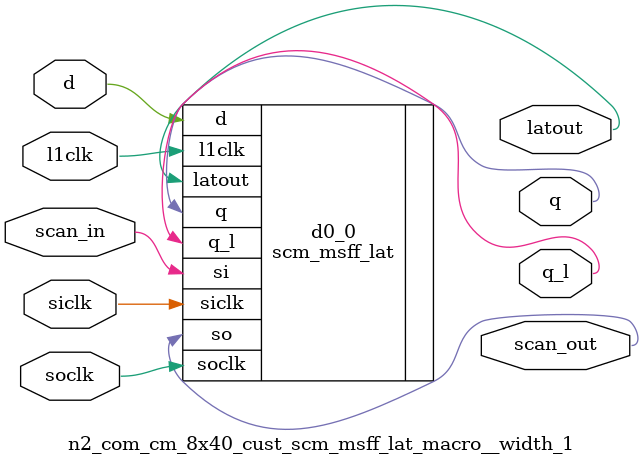
<source format=v>
module n2_com_cm_8x40_cust (
  adr_w, 
  din, 
  write_en, 
  tcu_array_wr_inhibit, 
  adr_r, 
  read_en, 
  lookup_en, 
  key, 
  l2clk, 
  tcu_se_scancollar_in, 
  tcu_se_scancollar_out, 
  scan_in, 
  tcu_pce_ov, 
  pce, 
  tcu_aclk, 
  tcu_bclk, 
  tcu_scan_en, 
  tcu_clk_stop, 
  tcu_array_bypass, 
  dout, 
  match, 
  match_idx, 
  scan_out);
wire siclk;
wire soclk;
wire se;
wire stop;
wire pce_ov;
wire l1clk_mat;
wire [73:0] xx0_unused;
wire [73:0] xx_unused;
wire [39:0] din_d1;
wire mb_ren_d1;
wire mb_wen_d1;
wire [7:0] adr_r_d1;
wire [7:0] adr_w_d1;
 

input   [7:0]  adr_w ; // set up to +ve edge
input   [39:0] din;    // set up to +ve edge
input          write_en;       // +ve edge clk; write enable
input	       tcu_array_wr_inhibit;
input   [7:0]  adr_r;  // set up to +ve edge
input          read_en;
input          lookup_en;      // set up to -ve edge
input   [39:7] key;    // set up to -ve edge
input          l2clk;
input          tcu_se_scancollar_in;
input          tcu_se_scancollar_out;
input          scan_in;
input          tcu_pce_ov;
input          pce;
input          tcu_aclk;
input          tcu_bclk;
input	       tcu_scan_en;
input	       tcu_clk_stop;
input          tcu_array_bypass; // array bypass for DFT


output  [39:0] dout;
output  [7:0]  match;
output  [7:0]  match_idx;
output         scan_out ;

wire    [7:0]  match_p_array;
wire    [7:0]  match_idx_p_array;
wire    [39:0] dout_array;

// scan chain connections ////
assign siclk = tcu_aclk;
assign soclk = tcu_bclk;
assign se = tcu_scan_en;
assign stop = tcu_clk_stop;
assign pce_ov = tcu_pce_ov;

//0in kndr -var adr_w[7:0] -active write_en
//0in kndr -var adr_r[7:0] -active read_en
//0in one_hot -var adr_r[7:0] -active (|adr_r & read_en) -group mbist_mode
//0in one_hot -var adr_w[7:0] -active (|adr_w & write_en) -group mbist_mode

//// Input Flops /////
//
//
//inv_macro tcu_array_bypass_inv (width = 1) 
//	(
//        .dout(tcu_array_bypass_n),
//        .din(tcu_array_bypass)
//        );
//
//
////msff_ctl_macro ff_tcu_array_wr_inhibit (width = 1) 
//	( // not a real flop. ONly used as a trigger
//        .scan_in(ff_tcu_array_wr_inhibit_scanin),
//        .scan_out(ff_tcu_array_wr_inhibit_scanout),
//        .l1clk(l1clk),
//        .din(tcu_array_wr_inhibit),
//        .dout(tcu_array_wr_inhibit_d1)
//        );

wire l1clk_in;
wire l1clk_out;
wire l1clk_en;
wire [73:0] so;

n2_com_cm_8x40_cust_l1clkhdr_ctl_macro      collar_in
         (
         .l2clk  (l2clk  ),
         .l1en   (pce   ),
         .pce_ov (pce_ov ),
         .stop   (stop   ),
         .se     (tcu_se_scancollar_in),
         .l1clk  (l1clk_in  )
         );
n2_com_cm_8x40_cust_l1clkhdr_ctl_macro      collar_out
         (
         .l2clk  (l2clk  ),
         .l1en   (pce   ),
         .pce_ov (pce_ov ),
         .stop   (stop   ),
         .se     (tcu_se_scancollar_out),
         .l1clk  (l1clk_out  )
         );
n2_com_cm_8x40_cust_l1clkhdr_ctl_macro      scan_en
         (
         .l2clk  (l2clk  ),
         .l1en   (pce   ),
         .pce_ov (pce_ov ),
         .stop   (stop   ),
         .se     (se),
         .l1clk  (l1clk_en  )
         );
n2_com_cm_8x40_cust_l1clkhdr_ctl_macro      mat
         (
         .l2clk  (l2clk  ),
         .l1en   (pce   ),
         .pce_ov (pce_ov ),
         .stop   (stop   ),
         .se     (1'b0),
         .l1clk  (l1clk_mat  )
         );

n2_com_cm_8x40_cust_scm_msff_lat_macro__width_1 xx0  (.scan_in(scan_in), .scan_out(so[0]),  .l1clk(l1clk_in), .d(din[0]),  .latout(xx0_unused[0]), .q_l(xx_unused[0]), .q(din_d1[0]),
  .siclk(siclk),
  .soclk(soclk));
n2_com_cm_8x40_cust_scm_msff_lat_macro__width_1 xx1  (.scan_in(so[0]),   .scan_out(so[1]),  .l1clk(l1clk_in), .d(din[1]),  .latout(xx0_unused[1]), .q_l(xx_unused[1]), .q(din_d1[1]),
  .siclk(siclk),
  .soclk(soclk));
n2_com_cm_8x40_cust_scm_msff_lat_macro__width_1 xx2  (.scan_in(so[1]),   .scan_out(so[2]),  .l1clk(l1clk_in), .d(din[2]),  .latout(xx0_unused[2]), .q_l(xx_unused[2]), .q(din_d1[2]),
  .siclk(siclk),
  .soclk(soclk));
n2_com_cm_8x40_cust_scm_msff_lat_macro__width_1 xx3  (.scan_in(so[2]),   .scan_out(so[3]),  .l1clk(l1clk_in), .d(din[3]),  .latout(xx0_unused[3]), .q_l(xx_unused[3]), .q(din_d1[3]),
  .siclk(siclk),
  .soclk(soclk));
n2_com_cm_8x40_cust_scm_msff_lat_macro__width_1 xx4  (.scan_in(so[3]),   .scan_out(so[4]),  .l1clk(l1clk_in), .d(din[4]),  .latout(xx0_unused[4]), .q_l(xx_unused[4]), .q(din_d1[4]),
  .siclk(siclk),
  .soclk(soclk));
n2_com_cm_8x40_cust_scm_msff_lat_macro__width_1 xx5  (.scan_in(so[4]),   .scan_out(so[5]),  .l1clk(l1clk_in), .d(din[5]),  .latout(xx0_unused[5]), .q_l(xx_unused[5]), .q(din_d1[5]),
  .siclk(siclk),
  .soclk(soclk));
n2_com_cm_8x40_cust_scm_msff_lat_macro__width_1 xx6  (.scan_in(so[5]),   .scan_out(so[6]),  .l1clk(l1clk_in), .d(din[6]),  .latout(xx0_unused[6]), .q_l(xx_unused[6]), .q(din_d1[6]),
  .siclk(siclk),
  .soclk(soclk));
n2_com_cm_8x40_cust_scm_msff_lat_macro__width_1 xx7  (.scan_in(so[6]),   .scan_out(so[7]),  .l1clk(l1clk_in), .d(din[9]),  .latout(xx0_unused[7]), .q_l(xx_unused[7]), .q(din_d1[9]),
  .siclk(siclk),
  .soclk(soclk));
n2_com_cm_8x40_cust_scm_msff_lat_macro__width_1 xx8  (.scan_in(so[7]),   .scan_out(so[8]),  .l1clk(l1clk_in), .d(din[10]), .latout(xx0_unused[8]), .q_l(xx_unused[8]), .q(din_d1[10]),
  .siclk(siclk),
  .soclk(soclk));
n2_com_cm_8x40_cust_scm_msff_lat_macro__width_1 xx9  (.scan_in(so[8]),   .scan_out(so[9]),  .l1clk(l1clk_in), .d(din[11]), .latout(xx0_unused[9]), .q_l(xx_unused[9]), .q(din_d1[11]),
  .siclk(siclk),
  .soclk(soclk));
n2_com_cm_8x40_cust_scm_msff_lat_macro__width_1 xx10  (.scan_in(so[9]),  .scan_out(so[10]), .l1clk(l1clk_in), .d(din[12]), .latout(xx0_unused[10]), .q_l(xx_unused[10]), .q(din_d1[12]),
  .siclk(siclk),
  .soclk(soclk));

n2_com_cm_8x40_cust_scm_msff_lat_macro__width_1 xx11  (.scan_in(so[10]), .scan_out(so[11]), .l1clk(l1clk_out), .d(match_idx_p_array[4]), .q(match_idx[4]), .q_l(xx_unused[11]), .latout(xx0_unused[11]),
  .siclk(siclk),
  .soclk(soclk));
n2_com_cm_8x40_cust_scm_msff_lat_macro__width_1 xx12  (.scan_in(so[11]), .scan_out(so[12]), .l1clk(l1clk_out), .d(match_idx_p_array[5]), .q(match_idx[5]), .q_l(xx_unused[12]), .latout(xx0_unused[12]),
  .siclk(siclk),
  .soclk(soclk));
n2_com_cm_8x40_cust_scm_msff_lat_macro__width_1 xx13  (.scan_in(so[12]), .scan_out(so[13]), .l1clk(l1clk_out), .d(match_idx_p_array[6]), .q(match_idx[6]), .q_l(xx_unused[13]), .latout(xx0_unused[13]),
  .siclk(siclk),
  .soclk(soclk));
n2_com_cm_8x40_cust_scm_msff_lat_macro__width_1 xx14  (.scan_in(so[13]), .scan_out(so[14]), .l1clk(l1clk_out), .d(match_idx_p_array[7]), .q(match_idx[7]), .q_l(xx_unused[14]), .latout(xx0_unused[14]),
  .siclk(siclk),
  .soclk(soclk));
n2_com_cm_8x40_cust_scm_msff_lat_macro__width_1 xx15  (.scan_in(so[14]), .scan_out(so[15]), .l1clk(l1clk_in),  .d(din[13]), .latout(xx0_unused[15]), .q_l(xx_unused[15]), .q(din_d1[13]),
  .siclk(siclk),
  .soclk(soclk));
n2_com_cm_8x40_cust_scm_msff_lat_macro__width_1 xx16  (.scan_in(so[15]), .scan_out(so[16]), .l1clk(l1clk_in),  .d(din[14]), .latout(xx0_unused[16]), .q_l(xx_unused[16]), .q(din_d1[14]),
  .siclk(siclk),
  .soclk(soclk));
n2_com_cm_8x40_cust_scm_msff_lat_macro__width_1 xx17  (.scan_in(so[16]), .scan_out(so[17]), .l1clk(l1clk_in),  .d(din[15]), .latout(xx0_unused[17]), .q_l(xx_unused[17]), .q(din_d1[15]),
  .siclk(siclk),
  .soclk(soclk));
n2_com_cm_8x40_cust_scm_msff_lat_macro__width_1 xx18  (.scan_in(so[17]), .scan_out(so[18]), .l1clk(l1clk_in),  .d(din[16]), .latout(xx0_unused[18]), .q_l(xx_unused[18]), .q(din_d1[16]),
  .siclk(siclk),
  .soclk(soclk));
n2_com_cm_8x40_cust_scm_msff_lat_macro__width_1 xx19  (.scan_in(so[18]), .scan_out(so[19]), .l1clk(l1clk_in),  .d(din[17]), .latout(xx0_unused[19]), .q_l(xx_unused[19]), .q(din_d1[17]),
  .siclk(siclk),
  .soclk(soclk));
n2_com_cm_8x40_cust_scm_msff_lat_macro__width_1 xx20  (.scan_in(so[19]), .scan_out(so[20]), .l1clk(l1clk_in),  .d(din[7]),  .latout(xx0_unused[20]), .q_l(xx_unused[20]), .q(din_d1[7]),
  .siclk(siclk),
  .soclk(soclk));

n2_com_cm_8x40_cust_scm_msff_lat_macro__width_1 xx21  (.scan_in(so[20]), .scan_out(so[21]), .l1clk(l1clk_in),  .d(din[8]),  .latout(xx0_unused[21]), .q_l(xx_unused[21]), .q(din_d1[8]),
  .siclk(siclk),
  .soclk(soclk));
n2_com_cm_8x40_cust_scm_msff_lat_macro__width_1 xx22  (.scan_in(so[21]), .scan_out(so[22]), .l1clk(l1clk_in),  .d(din[18]), .latout(xx0_unused[22]), .q_l(xx_unused[22]), .q(din_d1[18]),
  .siclk(siclk),
  .soclk(soclk));
n2_com_cm_8x40_cust_scm_msff_lat_macro__width_1 xx23  (.scan_in(so[22]), .scan_out(so[23]), .l1clk(l1clk_in),  .d(din[19]), .latout(xx0_unused[23]), .q_l(xx_unused[23]), .q(din_d1[19]),
  .siclk(siclk),
  .soclk(soclk));
n2_com_cm_8x40_cust_scm_msff_lat_macro__width_1 xx24  (.scan_in(so[23]), .scan_out(so[24]), .l1clk(l1clk_out), .d(match_idx_p_array[0]), .q(match_idx[0]), .q_l(xx_unused[24]), .latout(xx0_unused[24]),
  .siclk(siclk),
  .soclk(soclk));
n2_com_cm_8x40_cust_scm_msff_lat_macro__width_1 xx25  (.scan_in(so[24]), .scan_out(so[25]), .l1clk(l1clk_out), .d(match_idx_p_array[1]), .q(match_idx[1]), .q_l(xx_unused[25]), .latout(xx0_unused[25]),
  .siclk(siclk),
  .soclk(soclk));
n2_com_cm_8x40_cust_scm_msff_lat_macro__width_1 xx26  (.scan_in(so[25]), .scan_out(so[26]), .l1clk(l1clk_out), .d(match_idx_p_array[2]), .q(match_idx[2]), .q_l(xx_unused[26]), .latout(xx0_unused[26]),
  .siclk(siclk),
  .soclk(soclk));
n2_com_cm_8x40_cust_scm_msff_lat_macro__width_1 xx27  (.scan_in(so[26]), .scan_out(so[27]), .l1clk(l1clk_out), .d(match_idx_p_array[3]), .q(match_idx[3]), .q_l(xx_unused[27]), .latout(xx0_unused[27]),
  .siclk(siclk),
  .soclk(soclk));
n2_com_cm_8x40_cust_scm_msff_lat_macro__width_1 xx28  (.scan_in(so[27]), .scan_out(so[28]), .l1clk(l1clk_in), .d(din[20]), .latout(xx0_unused[28]), .q_l(xx_unused[28]), .q(din_d1[20]),
  .siclk(siclk),
  .soclk(soclk));
n2_com_cm_8x40_cust_scm_msff_lat_macro__width_1 xx29  (.scan_in(so[28]), .scan_out(so[29]), .l1clk(l1clk_in), .d(din[21]), .latout(xx0_unused[29]), .q_l(xx_unused[29]), .q(din_d1[21]),
  .siclk(siclk),
  .soclk(soclk));
n2_com_cm_8x40_cust_scm_msff_lat_macro__width_1 xx30  (.scan_in(so[29]), .scan_out(so[30]), .l1clk(l1clk_in), .d(din[22]), .latout(xx0_unused[30]), .q_l(xx_unused[30]), .q(din_d1[22]),
  .siclk(siclk),
  .soclk(soclk));

n2_com_cm_8x40_cust_scm_msff_lat_macro__width_1 xx31  (.scan_in(so[30]), .scan_out(so[31]), .l1clk(l1clk_in), .d(din[23]), .latout(xx0_unused[31]), .q_l(xx_unused[31]), .q(din_d1[23]),
  .siclk(siclk),
  .soclk(soclk));
n2_com_cm_8x40_cust_scm_msff_lat_macro__width_1 xx32  (.scan_in(so[31]), .scan_out(so[32]), .l1clk(l1clk_out), .d(match_p_array[4]), .q(match[4]), .q_l(xx_unused[32]), .latout(xx0_unused[32]),
  .siclk(siclk),
  .soclk(soclk));
n2_com_cm_8x40_cust_scm_msff_lat_macro__width_1 xx33  (.scan_in(so[32]), .scan_out(so[33]), .l1clk(l1clk_out), .d(match_p_array[5]), .q(match[5]), .q_l(xx_unused[33]), .latout(xx0_unused[33]),
  .siclk(siclk),
  .soclk(soclk));
n2_com_cm_8x40_cust_scm_msff_lat_macro__width_1 xx34  (.scan_in(so[33]), .scan_out(so[34]), .l1clk(l1clk_out), .d(match_p_array[6]), .q(match[6]), .q_l(xx_unused[34]), .latout(xx0_unused[34]),
  .siclk(siclk),
  .soclk(soclk));
n2_com_cm_8x40_cust_scm_msff_lat_macro__width_1 xx35  (.scan_in(so[34]), .scan_out(so[35]), .l1clk(l1clk_out), .d(match_p_array[7]), .q(match[7]), .q_l(xx_unused[35]), .latout(xx0_unused[35]),
  .siclk(siclk),
  .soclk(soclk));
n2_com_cm_8x40_cust_scm_msff_lat_macro__width_1 xx36  (.scan_in(so[35]), .scan_out(so[36]), .l1clk(l1clk_in), .d(din[24]), .latout(xx0_unused[36]), .q_l(xx_unused[36]), .q(din_d1[24]),
  .siclk(siclk),
  .soclk(soclk));
n2_com_cm_8x40_cust_scm_msff_lat_macro__width_1 xx37  (.scan_in(so[36]), .scan_out(so[37]), .l1clk(l1clk_in), .d(din[25]), .latout(xx0_unused[37]), .q_l(xx_unused[37]), .q(din_d1[25]),
  .siclk(siclk),
  .soclk(soclk));
n2_com_cm_8x40_cust_scm_msff_lat_macro__width_1 xx38  (.scan_in(so[37]), .scan_out(so[38]), .l1clk(l1clk_in), .d(din[26]), .latout(xx0_unused[38]), .q_l(xx_unused[38]), .q(din_d1[26]),
  .siclk(siclk),
  .soclk(soclk));
n2_com_cm_8x40_cust_scm_msff_lat_macro__width_1 xx39  (.scan_in(so[38]), .scan_out(so[39]), .l1clk(l1clk_in), .d(din[27]), .latout(xx0_unused[39]), .q_l(xx_unused[39]), .q(din_d1[27]),
  .siclk(siclk),
  .soclk(soclk));
n2_com_cm_8x40_cust_scm_msff_lat_macro__width_1 xx40  (.scan_in(so[39]), .scan_out(so[40]), .l1clk(l1clk_out), .d(match_p_array[0]), .q(match[0]), .q_l(xx_unused[40]), .latout(xx0_unused[40]),
  .siclk(siclk),
  .soclk(soclk));

n2_com_cm_8x40_cust_scm_msff_lat_macro__width_1 xx41  (.scan_in(so[40]), .scan_out(so[41]), .l1clk(l1clk_out), .d(match_p_array[1]), .q(match[1]), .q_l(xx_unused[41]), .latout(xx0_unused[41]),
  .siclk(siclk),
  .soclk(soclk));
n2_com_cm_8x40_cust_scm_msff_lat_macro__width_1 xx42  (.scan_in(so[41]), .scan_out(so[42]), .l1clk(l1clk_out), .d(match_p_array[2]), .q(match[2]), .q_l(xx_unused[42]), .latout(xx0_unused[42]),
  .siclk(siclk),
  .soclk(soclk));
n2_com_cm_8x40_cust_scm_msff_lat_macro__width_1 xx43  (.scan_in(so[42]), .scan_out(so[43]), .l1clk(l1clk_out), .d(match_p_array[3]), .q(match[3]), .q_l(xx_unused[43]), .latout(xx0_unused[43]),
  .siclk(siclk),
  .soclk(soclk));
n2_com_cm_8x40_cust_scm_msff_lat_macro__width_1 xx44  (.scan_in(so[43]), .scan_out(so[44]), .l1clk(l1clk_in), .d(din[28]), .latout(xx0_unused[44]), .q_l(xx_unused[44]), .q(din_d1[28]),
  .siclk(siclk),
  .soclk(soclk));
n2_com_cm_8x40_cust_scm_msff_lat_macro__width_1 xx45  (.scan_in(so[44]), .scan_out(so[45]), .l1clk(l1clk_in), .d(din[29]), .latout(xx0_unused[45]), .q_l(xx_unused[45]), .q(din_d1[29]),
  .siclk(siclk),
  .soclk(soclk));
n2_com_cm_8x40_cust_scm_msff_lat_macro__width_1 xx46  (.scan_in(so[45]), .scan_out(so[46]), .l1clk(l1clk_in), .d(din[30]), .latout(xx0_unused[46]), .q_l(xx_unused[46]), .q(din_d1[30]),
  .siclk(siclk),
  .soclk(soclk));
n2_com_cm_8x40_cust_scm_msff_lat_macro__width_1 xx47  (.scan_in(so[46]), .scan_out(so[47]), .l1clk(l1clk_in), .d(din[31]), .latout(xx0_unused[47]), .q_l(xx_unused[47]), .q(din_d1[31]),
  .siclk(siclk),
  .soclk(soclk));
n2_com_cm_8x40_cust_scm_msff_lat_macro__width_1 xx48  (.scan_in(so[47]), .scan_out(so[48]), .l1clk(l1clk_in), .d(din[32]), .latout(xx0_unused[48]), .q_l(xx_unused[48]), .q(din_d1[32]),
  .siclk(siclk),
  .soclk(soclk));
n2_com_cm_8x40_cust_scm_msff_lat_macro__width_1 xx49  (.scan_in(so[48]), .scan_out(so[49]), .l1clk(l1clk_in), .d(din[33]), .latout(xx0_unused[49]), .q_l(xx_unused[49]), .q(din_d1[33]),
  .siclk(siclk),
  .soclk(soclk));
n2_com_cm_8x40_cust_scm_msff_lat_macro__width_1 xx50  (.scan_in(so[49]), .scan_out(so[50]), .l1clk(l1clk_in), .d(din[34]), .latout(xx0_unused[50]), .q_l(xx_unused[50]), .q(din_d1[34]),
  .siclk(siclk),
  .soclk(soclk));

n2_com_cm_8x40_cust_scm_msff_lat_macro__width_1 xx51  (.scan_in(so[50]), .scan_out(so[51]), .l1clk(l1clk_in), .d(din[35]), .latout(xx0_unused[51]), .q_l(xx_unused[51]), .q(din_d1[35]),
  .siclk(siclk),
  .soclk(soclk));
n2_com_cm_8x40_cust_scm_msff_lat_macro__width_1 xx52  (.scan_in(so[51]), .scan_out(so[52]), .l1clk(l1clk_in), .d(din[36]), .latout(xx0_unused[52]), .q_l(xx_unused[52]), .q(din_d1[36]),
  .siclk(siclk),
  .soclk(soclk));
n2_com_cm_8x40_cust_scm_msff_lat_macro__width_1 xx53  (.scan_in(so[52]), .scan_out(so[53]), .l1clk(l1clk_in), .d(din[37]), .latout(xx0_unused[53]), .q_l(xx_unused[53]), .q(din_d1[37]),
  .siclk(siclk),
  .soclk(soclk));
n2_com_cm_8x40_cust_scm_msff_lat_macro__width_1 xx54  (.scan_in(so[53]), .scan_out(so[54]), .l1clk(l1clk_in), .d(din[38]), .latout(xx0_unused[54]), .q_l(xx_unused[54]), .q(din_d1[38]),
  .siclk(siclk),
  .soclk(soclk));
n2_com_cm_8x40_cust_scm_msff_lat_macro__width_1 xx55  (.scan_in(so[54]), .scan_out(so[55]), .l1clk(l1clk_in), .d(din[39]), .latout(xx0_unused[55]), .q_l(xx_unused[55]), .q(din_d1[39]),
  .siclk(siclk),
  .soclk(soclk));
n2_com_cm_8x40_cust_scm_msff_lat_macro__width_1 xx56  (.scan_in(so[55]), .scan_out(so[56]), .l1clk(l1clk_in), .d(read_en), .latout(mb_ren_d1), .q_l(xx_unused[56]), .q(xx0_unused[56]),
  .siclk(siclk),
  .soclk(soclk));
n2_com_cm_8x40_cust_scm_msff_lat_macro__width_1 xx57  (.scan_in(so[56]), .scan_out(so[57]), .l1clk(l1clk_in), .d(write_en), .latout(mb_wen_d1), .q_l(xx_unused[57]), .q(xx0_unused[57]),
  .siclk(siclk),
  .soclk(soclk));
n2_com_cm_8x40_cust_scm_msff_lat_macro__width_1 xx58  (.scan_in(so[57]), .scan_out(so[58]), .l1clk(l1clk_in), .d(adr_r[0]), .latout(adr_r_d1[0]), .q_l(xx_unused[58]), .q(xx0_unused[58]),
  .siclk(siclk),
  .soclk(soclk));
n2_com_cm_8x40_cust_scm_msff_lat_macro__width_1 xx59  (.scan_in(so[58]), .scan_out(so[59]), .l1clk(l1clk_in), .d(adr_r[1]), .latout(adr_r_d1[1]), .q_l(xx_unused[59]), .q(xx0_unused[59]),
  .siclk(siclk),
  .soclk(soclk));
n2_com_cm_8x40_cust_scm_msff_lat_macro__width_1 xx60  (.scan_in(so[59]), .scan_out(so[60]), .l1clk(l1clk_in), .d(adr_r[2]), .latout(adr_r_d1[2]), .q_l(xx_unused[60]), .q(xx0_unused[60]),
  .siclk(siclk),
  .soclk(soclk));

n2_com_cm_8x40_cust_scm_msff_lat_macro__width_1 xx61  (.scan_in(so[60]), .scan_out(so[61]), .l1clk(l1clk_in), .d(adr_r[3]), .latout(adr_r_d1[3]), .q_l(xx_unused[61]), .q(xx0_unused[61]),
  .siclk(siclk),
  .soclk(soclk));
n2_com_cm_8x40_cust_scm_msff_lat_macro__width_1 xx62  (.scan_in(so[61]), .scan_out(so[62]), .l1clk(l1clk_in), .d(adr_w[0]), .latout(adr_w_d1[0]), .q_l(xx_unused[62]), .q(xx0_unused[62]),
  .siclk(siclk),
  .soclk(soclk));
n2_com_cm_8x40_cust_scm_msff_lat_macro__width_1 xx63  (.scan_in(so[62]), .scan_out(so[63]), .l1clk(l1clk_in), .d(adr_w[1]), .latout(adr_w_d1[1]), .q_l(xx_unused[63]), .q(xx0_unused[63]),
  .siclk(siclk),
  .soclk(soclk));
n2_com_cm_8x40_cust_scm_msff_lat_macro__width_1 xx64  (.scan_in(so[63]), .scan_out(so[64]), .l1clk(l1clk_in), .d(adr_w[2]), .latout(adr_w_d1[2]), .q_l(xx_unused[64]), .q(xx0_unused[64]),
  .siclk(siclk),
  .soclk(soclk));
n2_com_cm_8x40_cust_scm_msff_lat_macro__width_1 xx65  (.scan_in(so[64]), .scan_out(so[65]), .l1clk(l1clk_in), .d(adr_w[3]), .latout(adr_w_d1[3]), .q_l(xx_unused[65]), .q(xx0_unused[65]),
  .siclk(siclk),
  .soclk(soclk));
n2_com_cm_8x40_cust_scm_msff_lat_macro__width_1 xx66  (.scan_in(so[65]), .scan_out(so[66]), .l1clk(l1clk_in), .d(adr_r[4]), .latout(adr_r_d1[4]), .q_l(xx_unused[66]), .q(xx0_unused[66]),
  .siclk(siclk),
  .soclk(soclk));
n2_com_cm_8x40_cust_scm_msff_lat_macro__width_1 xx67  (.scan_in(so[66]), .scan_out(so[67]), .l1clk(l1clk_in), .d(adr_r[5]), .latout(adr_r_d1[5]), .q_l(xx_unused[67]), .q(xx0_unused[67]),
  .siclk(siclk),
  .soclk(soclk));
n2_com_cm_8x40_cust_scm_msff_lat_macro__width_1 xx68  (.scan_in(so[67]), .scan_out(so[68]), .l1clk(l1clk_in), .d(adr_r[6]), .latout(adr_r_d1[6]), .q_l(xx_unused[68]), .q(xx0_unused[68]),
  .siclk(siclk),
  .soclk(soclk));
n2_com_cm_8x40_cust_scm_msff_lat_macro__width_1 xx69  (.scan_in(so[68]), .scan_out(so[69]), .l1clk(l1clk_in), .d(adr_r[7]), .latout(adr_r_d1[7]), .q_l(xx_unused[69]), .q(xx0_unused[69]),
  .siclk(siclk),
  .soclk(soclk));
n2_com_cm_8x40_cust_scm_msff_lat_macro__width_1 xx70  (.scan_in(so[69]), .scan_out(so[70]), .l1clk(l1clk_in), .d(adr_w[4]), .latout(adr_w_d1[4]), .q_l(xx_unused[70]), .q(xx0_unused[70]),
  .siclk(siclk),
  .soclk(soclk));
n2_com_cm_8x40_cust_scm_msff_lat_macro__width_1 xx71  (.scan_in(so[70]), .scan_out(so[71]), .l1clk(l1clk_in), .d(adr_w[5]), .latout(adr_w_d1[5]), .q_l(xx_unused[71]), .q(xx0_unused[71]),
  .siclk(siclk),
  .soclk(soclk));
n2_com_cm_8x40_cust_scm_msff_lat_macro__width_1 xx72  (.scan_in(so[71]), .scan_out(so[72]), .l1clk(l1clk_in), .d(adr_w[6]), .latout(adr_w_d1[6]), .q_l(xx_unused[72]), .q(xx0_unused[72]),
  .siclk(siclk),
  .soclk(soclk));
n2_com_cm_8x40_cust_scm_msff_lat_macro__width_1 xx73  (.scan_in(so[72]), .scan_out(so[73]), .l1clk(l1clk_in), .d(adr_w[7]), .latout(adr_w_d1[7]), .q_l(xx_unused[73]), .q(xx0_unused[73]),
  .siclk(siclk),
  .soclk(soclk));


//mux_macro mux_dout (width=40,ports=2,mux=aonpe)
//        (
//	.dout (dout[39:0]),
//        .din0  (din_d1[39:0]),    
//        .din1  (dout_array[39:0]),  
//	.sel0 (tcu_array_bypass),
//	.sel1 (tcu_array_bypass_n)
//        ) ;
assign dout = dout_array;
 /// Memory array ////

n2_com_cm_8x40_cust_array array (
                .l1clk(l1clk_en),
                .l1clk_mat(l1clk_mat),
                .wr_en (mb_wen_d1),
                .rd_en (mb_ren_d1),
                .wr_addr(adr_w_d1[7:0]),
                .rd_addr(adr_r_d1[7:0]),
                .din(din_d1[39:0]),
                .dout(dout_array[39:0]),
		.bypass(tcu_array_bypass),
                .write_disable(tcu_array_wr_inhibit),
                .lookup_en(lookup_en),
                .key(key[39:7]),
                .match_p(match_p_array[7:0]),
                .match_idx_p(match_idx_p_array[7:0]),
		.l2clk(l2clk)
                 );

// fixscan start:
//assign ff_din_scanin             = scan_in                  ;
//assign ff_wr_en_scanin           = ff_din_scanout           ;
//assign ff_wr_adr_scanin          = ff_wr_en_scanout         ;
//assign ff_rd_adr_scanin          = ff_wr_adr_scanout        ;
//assign ff_ren_scanin             = ff_rd_adr_scanout        ;
//assign ff_tcu_array_wr_inhibit_scanin 	 = ff_ren_scanout           ;
//assign ff_match_scanin           = ff_tcu_array_wr_inhibit_scanout        ;
//assign ff_match_idx_scanin       = ff_match_scanout         ;
//assign scan_out                  = ff_match_idx_scanout     ;
assign scan_out                  = so[73]     ;
// fixscan end:

endmodule





// any PARAMS parms go into naming of macro

module n2_com_cm_8x40_cust_l1clkhdr_ctl_macro (
  l2clk, 
  l1en, 
  pce_ov, 
  stop, 
  se, 
  l1clk);


  input l2clk;
  input l1en;
  input pce_ov;
  input stop;
  input se;
  output l1clk;



 

cl_sc1_l1hdr_8x c_0 (


   .l2clk(l2clk),
   .pce(l1en),
   .l1clk(l1clk),
  .se(se),
  .pce_ov(pce_ov),
  .stop(stop)
);



endmodule









//
//   macro for cl_mc1_scm_msff_lat_{4}x flops
//
//





module n2_com_cm_8x40_cust_scm_msff_lat_macro__width_1 (
  d, 
  scan_in, 
  l1clk, 
  siclk, 
  soclk, 
  latout, 
  scan_out, 
  q, 
  q_l);
input [0:0] d;
  input scan_in;
input l1clk;
input siclk;
input soclk;
output [0:0] latout;
  output scan_out;
output [0:0] q;
output [0:0] q_l;






scm_msff_lat /*#(1)*/  d0_0 (
.d(d[0:0]),
.si(scan_in),
.so(scan_out),
.l1clk(l1clk),
.siclk(siclk),
.soclk(soclk),
.q(q[0:0]),
.q_l(q_l[0:0]),
.latout(latout[0:0])
);










//place::generic_place($width,$stack,$left);

endmodule





</source>
